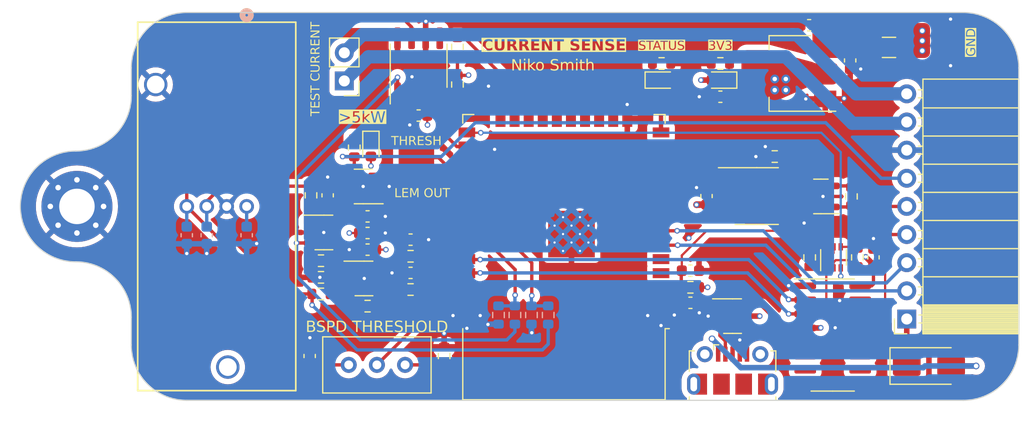
<source format=kicad_pcb>
(kicad_pcb (version 20221018) (generator pcbnew)
  (title_block (title "Current Sensor") (date "2023-06-26") (rev "V1.0") (company "Niko Smith"))
  (layers (0 "F.Cu" signal) (1 "In1.Cu" signal) (2 "In2.Cu" signal) (31 "B.Cu" signal) (34 "B.Paste" user) (35 "F.Paste" user) (36 "B.SilkS" user "B.Silkscreen") (37 "F.SilkS" user "F.Silkscreen") (38 "B.Mask" user) (39 "F.Mask" user) (44 "Edge.Cuts" user))
  (net 0 "")
  (net 2 "GND")
  (net 3 "VREF")
  (net 4 "LEM_OUT")
  (net 5 "+5V")
  (net 6 "EN")
  (net 7 "+3V3")
  (net 8 "Net-(D2-A)")
  (net 9 "Net-(D3-K)")
  (net 10 "Status_LED")
  (net 11 "CAN-")
  (net 12 "CAN+")
  (net 13 "Net-(D5-K)")
  (net 14 "BSPD")
  (net 15 "Upstream")
  (net 16 "Local")
  (net 17 "D-")
  (net 18 "D+")
  (net 20 "RTS")
  (net 21 "Net-(Q1A-B1)")
  (net 22 "IO0")
  (net 23 "DTR")
  (net 24 "Net-(Q1B-B2)")
  (net 25 "Net-(U9-Rs)")
  (net 26 "SCL")
  (net 27 "SDA")
  (net 28 "3V3 LEM_OUT")
  (net 29 "3V3 VREF")
  (net 30 "BSPD Threshold")
  (net 31 "D- Out")
  (net 32 "D+ Out")
  (net 52 "BSPD Test Current +")
  (net 53 "TxD")
  (net 54 "RxD")
  (net 55 "BSPD Test Current -")
  (net 64 "CAN_TX")
  (net 65 "CAN_RX")
  (net 67 "Net-(U1-OUTPUT)")
  (net 68 "Net-(U6-+)")
  (net 69 "Net-(C17-Pad1)")
  (net 70 "Net-(U11--)")
  (net 71 "Net-(D6-K)")
  (net 72 "Net-(U3-VI)")
  (net 74 "Net-(U10--)")
  (net 75 "Net-(U10-+)")
  (net 76 "Net-(R25-Pad1)")
  (net 77 "Net-(R28-Pad1)")
  (footprint "Capacitor_SMD:C_0603_1608Metric" (layer "F.Cu") (at 141.3 89.9)
    (fp_text reference "C6" hide)
    (fp_text value "100n")
  )
  (footprint "Capacitor_SMD:C_0603_1608Metric" (layer "F.Cu") (at 186.9 92.1 -90)
    (fp_text reference "C12" hide)
    (fp_text value "100n")
  )
  (footprint "Resistor_SMD:R_0603_1608Metric" (layer "F.Cu") (at 145.175 92 180)
    (fp_text reference "R27" hide)
    (fp_text value "1.6k")
  )
  (footprint "Resistor_SMD:R_0603_1608Metric" (layer "F.Cu") (at 136.2 86.5 -90)
    (fp_text reference "R1" hide)
    (fp_text value "3.3k")
  )
  (footprint "Resistor_SMD:R_0603_1608Metric" (layer "F.Cu") (at 141.3 96.5 180)
    (fp_text reference "R25" hide)
    (fp_text value "100k")
  )
  (footprint "Resistor_SMD:R_0603_1608Metric" (layer "F.Cu") (at 167.8 74.6 180)
    (fp_text reference "R9" hide)
    (fp_text value "2.2k")
  )
  (footprint "Package_SO:SOIC-8_3.9x4.9mm_P1.27mm" (layer "F.Cu") (at 145.9 74.8 90)
    (fp_text reference "U2" hide)
    (fp_text value "MCP3426-xSN")
  )
  (footprint "Connector_PinHeader_2.54mm:PinHeader_1x02_P2.54mm_Vertical" (layer "F.Cu") (at 139.2 76.175 180)
    (fp_text reference "J3" hide)
    (fp_text value "Test Current")
  )
  (footprint "Resistor_SMD:R_0603_1608Metric" (layer "F.Cu") (at 149.4 76.5 -90)
    (fp_text reference "R16" hide)
    (fp_text value "4.7k")
  )
  (footprint "Package_TO_SOT_SMD:SOT-363_SC-70-6" (layer "F.Cu") (at 183.3 92.1 90)
    (fp_text reference "Q1" hide)
    (fp_text value "BC847BS")
  )
  (footprint "Package_TO_SOT_SMD:SOT-23-5" (layer "F.Cu") (at 140.9 85.7 180)
    (fp_text reference "U11" hide)
    (fp_text value "TL331")
  )
  (footprint "Diode_SMD:D_SMA" (layer "F.Cu") (at 191.9 101.9)
    (fp_text reference "D2" hide)
    (fp_text value "SS34")
  )
  (footprint "Capacitor_SMD:C_0603_1608Metric" (layer "F.Cu") (at 170.4 93.3)
    (fp_text reference "C10" hide)
    (fp_text value "100n")
  )
  (footprint "RF_Module:ESP32-WROOM-32" (layer "F.Cu") (at 159 89.085 180)
    (fp_text reference "U7" hide)
    (fp_text value "ESP32-WROOM-32")
  )
  (footprint "Capacitor_SMD:C_0603_1608Metric" (layer "F.Cu") (at 171.85 86.565 -90)
    (fp_text reference "C13" hide)
    (fp_text value "0.1uF")
  )
  (footprint "Capacitor_SMD:C_0603_1608Metric" (layer "F.Cu") (at 181.1 71.15 180)
    (fp_text reference "C7" hide)
    (fp_text value "22u")
  )
  (footprint "UCM_Components:HAIS_P_LEM" (layer "F.Cu") (at 130.399999 87.5 -90)
    (fp_text reference "U1" hide)
    (fp_text value "HAIS 100-P" hide)
  )
  (footprint "Resistor_SMD:R_0603_1608Metric" (layer "F.Cu") (at 170.4 94.8)
    (fp_text reference "R10" hide)
    (fp_text value "10k")
  )
  (footprint "Capacitor_SMD:C_0603_1608Metric" (layer "F.Cu") (at 141.3 88.4)
    (fp_text reference "C20" hide)
    (fp_text value "100n")
  )
  (footprint "Package_TO_SOT_SMD:SOT-23-5" (layer "F.Cu") (at 137.3625 89.85)
    (fp_text reference "U6" hide)
    (fp_text value "LMV321")
  )
  (footprint "Resistor_SMD:R_0603_1608Metric" (layer "F.Cu") (at 173.1 74.6)
    (fp_text reference "R21" hide)
    (fp_text value "4.2k")
  )
  (footprint "Connector_PinSocket_2.54mm:PinSocket_1x09_P2.54mm_Horizontal" (layer "F.Cu") (at 189.9 97.66 180)
    (fp_text reference "J1" hide)
    (fp_text value "Conn_01x07")
  )
  (footprint "Resistor_SMD:R_0603_1608Metric" (layer "F.Cu") (at 149.4 73.1 -90)
    (fp_text reference "R15" hide)
    (fp_text value "4.7k")
  )
  (footprint "Resistor_SMD:R_0603_1608Metric" (layer "F.Cu") (at 181.15 92.1 -90)
    (fp_text reference "R13" hide)
    (fp_text value "10k")
  )
  (footprint "Resistor_SMD:R_0603_1608Metric" (layer "F.Cu") (at 140.1 82.2 90)
    (fp_text reference "R29" hide)
    (fp_text value "4.2k")
  )
  (footprint "Capacitor_SMD:C_0603_1608Metric" (layer "F.Cu") (at 173.1 77.6 180)
    (fp_text reference "C15" hide)
    (fp_text value "22u")
  )
  (footprint "LED_SMD:LED_0603_1608Metric" (layer "F.Cu") (at 173.1 76.1 180)
    (fp_text reference "D5" hide)
    (fp_text value "Green")
  )
  (footprint "Resistor_SMD:R_0603_1608Metric" (layer "F.Cu") (at 178 83 180)
    (fp_text reference "R11" hide)
    (fp_text value "10k")
  )
  (footprint "Resistor_SMD:R_0603_1608Metric" (layer "F.Cu") (at 145.175 95)
    (fp_text reference "R26" hide)
    (fp_text value "1.6k")
  )
  (footprint "UCM_Components:1206 Testpoint" (layer "F.Cu") (at 193.85 72.7 90)
    (fp_text reference "TP1" hide)
    (fp_text value "GND")
  )
  (footprint "Capacitor_SMD:C_0603_1608Metric" (layer "F.Cu") (at 145.175 93.5 180)
    (fp_text reference "C17" hide)
    (fp_text value "10u")
  )
  (footprint "Capacitor_SMD:C_0603_1608Metric" (layer "F.Cu") (at 145.175 90.5)
    (fp_text reference "C18" hide)
    (fp_text value "10u")
  )
  (footprint "LED_SMD:LED_0603_1608Metric" (layer "F.Cu") (at 141.6 82.2 -90)
    (fp_text reference "D6" hide)
    (fp_text value "Green")
  )
  (footprint "Potentiometer_THT:Potentiometer_Bourns_3296W_Vertical" (layer "F.Cu") (at 144.68 101.8)
    (fp_text reference "RV2" hide)
    (fp_text value "100k")
  )
  (footprint "Resistor_SMD:R_0603_1608Metric" (layer "F.Cu") (at 148.2 101 90)
    (fp_text reference "R28" hide)
    (fp_text value "100k")
  )
  (footprint "Package_SO:SOIC-8_3.9x4.9mm_P1.27mm" (layer "F.Cu") (at 176.375 86.565)
    (fp_text reference "U9" hide)
    (fp_text value "SN65HVD230")
  )
  (footprint "Resistor_SMD:R_0603_1608Metric" (layer "F.Cu") (at 137.1 93.9 180)
    (fp_text reference "R24" hide)
    (fp_text value "100k")
  )
  (footprint "Resistor_SMD:R_0603_1608Metric" (layer "F.Cu") (at 137.1 95.4 180)
    (fp_text reference "R22" hide)
    (fp_text value "2k")
  )
  (footprint "Fuse:Fuse_1206_3216Metric" (layer "F.Cu") (at 188.3 73.15 180)
    (fp_text reference "F1" hide)
    (fp_text value "1A")
  )
  (footprint "LED_SMD:LED_0603_1608Metric" (layer "F.Cu") (at 167.8 76.1)
    (fp_text reference "D3" hide)
    (fp_text value "GREEN")
  )
  (footprint "Capacitor_SMD:C_0603_1608Metric" (layer "F.Cu") (at 184.8 74.325 -90)
    (fp_text reference "C14" hide)
    (fp_text value "10u")
  )
  (footprint "Package_TO_SOT_SMD:SOT-23-5" (layer "F.Cu") (at 140.975 94)
    (fp_text reference "U10" hide)
    (fp_text value "LMV321")
  )
  (footprint "UCM_Components:1206 Testpoint" (layer "F.Cu") (at 145.7 83.1 180)
    (fp_text reference "TP4" hide)
    (fp_text value "Thresh")
  )
  (footprint "UCM_Components:1206 Testpoint" (layer "F.Cu") (at 145.7 87.7 180)
    (fp_text reference "TP3" hide)
    (fp_text value "Vdiff")
  )
  (footprint "Resistor_SMD:R_0603_1608Metric" (layer "F.Cu") (at 185.45 92.1 90)
    (fp_text reference "R12" hide)
    (fp_text value "10k")
  )
  (footprint "Capacitor_SMD:C_0603_1608Metric" (layer "F.Cu") (at 141.3 91.4 180)
    (fp_text reference "C16" hide)
    (fp_text value "100n")
  )
  (footprint "Package_TO_SOT_SMD:SOT-23-6" (layer "F.Cu") (at 174.2 97.4)
    (fp_text reference "U5" hide)
    (fp_text value "USBLC6-2SC6")
  )
  (footprint "Capacitor_SMD:C_0603_1608Metric" (layer "F.Cu") (at 136.08 101 90)
    (fp_text reference "C19" hide)
    (fp_text value "100n")
  )
  (footprint "Package_TO_SOT_SMD:SOT-223-3_TabPin2" (layer "F.Cu") (at 179.4 75.5 180)
    (fp_text reference "U3" hide)
    (fp_text value "AMS1117-3.3")
  )
  (footprint "Capacitor_SMD:C_0603_1608Metric" (layer "F.Cu") (at 145.9 79.3 180)
    (fp_text reference "C4" hide)
    (fp_text value "100n")
  )
  (footprint "Capacitor_SMD:C_0603_1608Metric" (layer "F.Cu") (at 137.7 86.5 90)
    (fp_text reference "C5" hide)
    (fp_text value "1u")
  )
  (footprint "Capacitor_SMD:C_0603_1608Metric" (layer "F.Cu") (at 170.4 96.2 180)
    (fp_text reference "C11" hide)
    (fp_text value "100n")
  )
  (footprint "Resistor_SMD:R_0603_1608Metric" (layer "F.Cu") (at 184.9125 86.6 90)
    (fp_text reference "R14" hide)
    (fp_text value "120")
  )
  (footprint "Package_TO_SOT_SMD:SOT-23" (layer "F.Cu") (at 182.1625 86.6 180)
    (fp_text reference "D4" hide)
    (fp_text value "SM712_SOT23")
  )
  (footprint "Resistor_SMD:R_0603_1608Metric" (layer "F.Cu") (at 137.1 92.4 180)
    (fp_text reference "R23" hide)
    (fp_text value "2k")
  )
  (footprint "Connector_USB:USB_Micro-B_Molex-105017-0001" (layer "F.Cu") (at 174.2 102.3)
    (fp_text reference "J2" hide)
    (fp_text value "USB_B")
  )
  (footprint "MountingHole:MountingHole_3.2mm_M3_Pad_Via" (layer "F.Cu") (at 115.1 87.5)
    (fp_text reference "H2" hide)
    (fp_text value "MountingHole_Pad")
  )
  (footprint "Package_SO:SOIC-16_3.9x9.9mm_P1.27mm" (layer "F.Cu") (at 183.225 99.105)
    (fp_text reference "U8" hide)
    (fp_text value "CH340C")
  )
  (footprint "Capacitor_SMD:C_0603_1608Metric" (layer "B.Cu") (at 130.4 90.1 -90)
    (fp_text reference "C3" hide)
    (fp_text value "47n")
  )
  (footprint "Resistor_SMD:R_0603_1608Metric" (layer "B.Cu") (at 156.07 97.3 -90)
    (fp_text reference "R20" hide)
    (fp_text value "10k")
  )
  (footprint "Resistor_SMD:R_0603_1608Metric" (layer "B.Cu") (at 157.58 97.3 90)
    (fp_text reference "R19" hide)
    (fp_text value "10k")
  )
  (footprint "Capacitor_SMD:C_0603_1608Metric" (layer "B.Cu") (at 126.8 90.1 -90)
    (fp_text reference "C2" hide)
    (fp_text value "4.7n")
  )
  (footprint "Capacitor_SMD:C_0603_1608Metric" (layer "B.Cu") (at 125 90.1 -90)
    (fp_text reference "C1" hide)
    (fp_text value "47n")
  )
  (footprint "Resistor_SMD:R_0603_1608Metric" (layer "B.Cu") (at 153.1 97.3 -90)
    (fp_text reference "R18" hide)
    (fp_text value "10k")
  )
  (footprint "Resistor_SMD:R_0603_1608Metric" (layer "B.Cu") (at 154.58 97.3 90)
    (fp_text reference "R17" hide)
    (fp_text value "10k")
  )
  (gr_arc locked (start 200 100) (mid 198.535534 103.535534) (end 195 105) (stroke (width 0.1)) (layer "Edge.Cuts"))
  (gr_line locked (start 195 105) (end 125 105) (stroke (width 0.1)) (layer "Edge.Cuts"))
  (gr_arc locked (start 125 105) (mid 121.464466 103.535534) (end 120 100) (stroke (width 0.1)) (layer "Edge.Cuts"))
  (gr_line locked (start 200 75) (end 200 100) (stroke (width 0.1)) (layer "Edge.Cuts"))
  (gr_line locked (start 120 77.5) (end 120 75) (stroke (width 0.1)) (layer "Edge.Cuts"))
  (gr_line locked (start 125 70) (end 195 70) (stroke (width 0.1)) (layer "Edge.Cuts"))
  (gr_arc locked (start 120 77.5) (mid 118.535534 81.035534) (end 115 82.5) (stroke (width 0.1)) (layer "Edge.Cuts"))
  (gr_arc locked (start 195 70) (mid 198.535534 71.464466) (end 200 75) (stroke (width 0.1)) (layer "Edge.Cuts"))
  (gr_arc locked (start 120 75) (mid 121.464466 71.464466) (end 125 70) (stroke (width 0.1)) (layer "Edge.Cuts"))
  (gr_arc locked (start 115 92.5) (mid 110 87.5) (end 115 82.5) (stroke (width 0.1)) (layer "Edge.Cuts"))
  (gr_arc locked (start 115 92.5) (mid 118.535534 93.964466) (end 120 97.5) (stroke (width 0.1)) (layer "Edge.Cuts"))
  (gr_line locked (start 120 100) (end 120 97.5) (stroke (width 0.1)) (layer "Edge.Cuts"))
  (gr_text "TEST CURRENT" (at 137.1 75.1 90) (layer "F.SilkS") (effects (font (size 0.8 0.8)) (justify bottom)))
  (gr_text "STATUS" (at 167.8 73.5) (layer "F.SilkS" knockout) (effects (font (size 0.8 0.8)) (justify bottom)))
  (gr_text "CURRENT SENSE" (at 158.1 73.6) (layer "F.SilkS" knockout) (effects (font (size 1 1) (thickness 0.2) bold) (justify bottom)))
  (gr_text "3V3" (at 173.1 73.5) (layer "F.SilkS" knockout) (effects (font (size 0.8 0.8)) (justify bottom)))
  (gr_text "THRESH" (at 145.7 82.1) (layer "F.SilkS") (effects (font (size 0.8 0.8)) (justify bottom)))
  (gr_text "GND" (at 196.2 72.7 90) (layer "F.SilkS" knockout) (effects (font (size 0.8 0.8)) (justify bottom)))
  (gr_text "LEM OUT" (at 143.7 86.8) (layer "F.SilkS") (effects (font (size 0.8 0.8)) (justify left bottom)))
  (gr_text "Niko Smith" (at 158 75.4) (layer "F.SilkS") (effects (font (size 1 1)) (justify bottom)))
  (gr_text ">5kW" (at 140.8 80.1) (layer "F.SilkS" knockout) (effects (font (size 1 1)) (justify bottom)))
  (gr_text "BSPD THRESHOLD" (at 142.14 99) (layer "F.SilkS") (effects (font (size 1 1)) (justify bottom)))
  (segment (start 136.275 93.9) (end 137 93.9) (width 0.25) (layer "F.Cu") (net 2))
  (segment (start 140.525 91.4) (end 139.65 91.4) (width 0.25) (layer "F.Cu") (net 2))
  (segment (start 174.85 100.8375) (end 174.85 99.55) (width 0.4) (layer "F.Cu") (net 2))
  (segment (start 186.9 90.4) (end 186.9 91.325) (width 0.25) (layer "F.Cu") (net 2))
  (via (at 166.55 97.35) (size 0.5) (drill 0.3) (layers "F.Cu" "B.Cu") (net 2))
  (via (at 139.65 91.4) (size 0.5) (drill 0.3) (layers "F.Cu" "B.Cu") (net 2))
  (via (at 193.85 74.8) (size 0.5) (drill 0.3) (layers "F.Cu" "B.Cu") (net 2))
  (via (at 179.25 94.65) (size 0.5) (drill 0.3) (layers "F.Cu" "B.Cu") (net 2))
  (via (at 184.25 77.75) (size 0.5) (drill 0.3) (layers "F.Cu" "B.Cu") (net 2))
  (via (at 126.8 91.75) (size 0.5) (drill 0.3) (layers "F.Cu" "B.Cu") (net 2))
  (via (at 186.9 90.4) (size 0.5) (drill 0.3) (layers "F.Cu" "B.Cu") (net 2))
  (via (at 176.3 83) (size 0.5) (drill 0.3) (layers "F.Cu" "B.Cu") (net 2))
  (via (at 137 93.9) (size 0.5) (drill 0.3) (layers "F.Cu" "B.Cu") (net 2))
  (via (at 125 91.75) (size 0.5) (drill 0.3) (layers "F.Cu" "B.Cu") (net 2))
  (via (at 170.25 90.35) (size 0.5) (drill 0.3) (layers "F.Cu" "B.Cu") (net 2))
  (via (at 171.2 77.6) (size 0.5) (drill 0.3) (layers "F.Cu" "B.Cu") (net 2))
  (via (at 193.85 70.6) (size 0.5) (drill 0.3) (layers "F.Cu" "B.Cu") (net 2))
  (via (at 180.8 77.8) (size 0.5) (drill 0.3) (layers "F.Cu" "B.Cu") (net 2))
  (via (at 180.65 89) (size 0.5) (drill 0.3) (layers "F.Cu" "B.Cu") (net 2))
  (via (at 183.45 98.45) (size 0.5) (drill 0.3) (layers "F.Cu" "B.Cu") (net 2))
  (via (at 146.8 90.5) (size 0.5) (drill 0.3) (layers "F.Cu" "B.Cu") (net 2))
  (via (at 145.3 75.8) (size 0.5) (drill 0.3) (layers "F.Cu" "B.Cu") (net 2))
  (via (at 143.25 85.7) (size 0.5) (drill 0.3) (layers "F.Cu" "B.Cu") (net 2))
  (via (at 172 97.4) (size 0.5) (drill 0.3) (layers "F.Cu" "B.Cu") (net 2))
  (via (at 167.75 98.25) (size 0.5) (drill 0.3) (layers "F.Cu" "B.Cu") (net 2))
  (via (at 142.9 88.4) (size 0.5) (drill 0.3) (layers "F.Cu" "B.Cu") (net 2))
  (via (at 177.15 82.1) (size 0.5) (drill 0.3) (layers "F.Cu" "B.Cu") (net 2))
  (via (at 137.7 84.85) (size 0.5) (drill 0.3) (layers "F.Cu" "B.Cu") (net 2))
  (via (at 168.95 97.3) (size 0.5) (drill 0.3) (layers "F.Cu" "B.Cu") (net 2))
  (via (at 149 97.35) (size 0.5) (drill 0.3) (layers "F.Cu" "B.Cu") (net 2))
  (via (at 143.5 93.5) (size 0.5) (drill 0.3) (layers "F.Cu" "B.Cu") (net 2))
  (via (at 145.1 80.15) (size 0.5) (drill 0.3) (layers "F.Cu" "B.Cu") (net 2))
  (via (at 137.35 89.85) (size 0.5) (drill 0.3) (layers "F.Cu" "B.Cu") (net 2))
  (via (at 174.85 99.55) (size 0.5) (drill 0.3) (layers "F.Cu" "B.Cu") (net 2))
  (via (at 152.75 82.35) (size 0.5) (drill 0.3) (layers "F.Cu" "B.Cu") (net 2))
  (via (at 142.9 89.9) (size 0.5) (drill 0.3) (layers "F.Cu" "B.Cu") (net 2))
  (via (at 170.95 85.8) (size 0.5) (drill 0.3) (layers "F.Cu" "B.Cu") (net 2))
  (via (at 164.7 78.3) (size 0.5) (drill 0.3) (layers "F.Cu" "B.Cu") (net 2))
  (via (at 146.55 70.8) (size 0.5) (drill 0.3) (layers "F.Cu" "B.Cu") (net 2))
  (via (at 171.2 97.1) (size 0.5) (drill 0.3) (layers "F.Cu" "B.Cu") (net 2))
  (via (at 152.2 76.65) (size 0.5) (drill 0.3) (layers "F.Cu" "B.Cu") (net 2))
  (via (at 148.2 98.95) (size 0.5) (drill 0.3) (layers "F.Cu" "B.Cu") (net 2))
  (via (at 156.1 98.9) (size 0.5) (drill 0.3) (layers "F.Cu" "B.Cu") (net 2))
  (via (at 152.15 98.15) (size 0.5) (drill 0.3) (layers "F.Cu" "B.Cu") (net 2))
  (via (at 150.25 98.5) (size 0.5) (drill 0.3) (layers "F.Cu" "B.Cu") (net 2))
  (via (at 140.9 85.7) (size 0.5) (drill 0.3) (layers "F.Cu" "B.Cu") (net 2))
  (via (at 131.3 90.85) (size 0.5) (drill 0.3) (layers "F.Cu" "B.Cu") (net 2))
  (via (at 141 94) (size 0.5) (drill 0.3) (layers "F.Cu" "B.Cu") (net 2))
  (via (at 185.75 75.1) (size 0.5) (drill 0.3) (layers "F.Cu" "B.Cu") (net 2))
  (via (at 183.85 96) (size 0.5) (drill 0.3) (layers "F.Cu" "B.Cu") (net 2))
  (via (at 151.45 97.35) (size 0.5) (drill 0.3) (layers "F.Cu" "B.Cu") (net 2))
  (via (at 136.1 99.35) (size 0.5) (drill 0.3) (layers "F.Cu" "B.Cu") (net 2))
  (via (at 182.35 86.6) (size 0.5) (drill 0.3) (layers "F.Cu" "B.Cu") (net 2))
  (segment (start 125 87.5) (end 132.9 95.4) (width 0.3) (layer "F.Cu") (net 3))
  (segment (start 144.7 70.75) (end 145.265 71.315) (width 0.3) (layer "F.Cu") (net 3))
  (segment (start 136.3 96.4) (end 136.3 95.425) (width 0.3) (layer "F.Cu") (net 3))
  (segment (start 134.85 70.75) (end 144.7 70.75) (width 0.3) (layer "F.Cu") (net 3))
  (segment (start 125 87.5) (end 125 80.6) (width 0.3) (layer "F.Cu") (net 3))
  (segment (start 136.3 95.425) (end 136.275 95.4) (width 0.3) (layer "F.Cu") (net 3))
  (segment (start 132.9 95.4) (end 136.275 95.4) (width 0.3) (layer "F.Cu") (net 3))
  (segment (start 125 80.6) (end 134.85 70.75) (width 0.3) (layer "F.Cu") (net 3))
  (segment (start 145.265 71.315) (end 145.265 72.325) (width 0.3) (layer "F.Cu") (net 3))
  (via (at 136.3 96.4) (size 0.5) (drill 0.3) (layers "F.Cu" "B.Cu") (net 3))
  (segment (start 140.35 100.45) (end 136.3 96.4) (width 0.3) (layer "B.Cu") (net 3))
  (segment (start 125 89.325) (end 125 87.5) (width 0.3) (layer "B.Cu") (net 3))
  (segment (start 157.58 99.92) (end 157.05 100.45) (width 0.3) (layer "B.Cu") (net 3))
  (segment (start 157.05 100.45) (end 140.35 100.45) (width 0.3) (layer "B.Cu") (net 3))
  (segment (start 157.58 98.125) (end 157.58 99.92) (width 0.3) (layer "B.Cu") (net 3))
  (segment (start 136.225 90.8) (end 134.9 90.8) (width 0.3) (layer "F.Cu") (net 4))
  (segment (start 136.225 92.35) (end 136.275 92.4) (width 0.3) (layer "F.Cu") (net 4))
  (segment (start 144 75.85) (end 144 77.27) (width 0.3) (layer "F.Cu") (net 4))
  (segment (start 136.225 90.8) (end 136.225 92.35) (width 0.3) (layer "F.Cu") (net 4))
  (segment (start 136.225 90.8) (end 138.5 90.8) (width 0.3) (layer "F.Cu") (net 4))
  (segment (start 144 77.27) (end 143.995 77.275) (width 0.3) (layer "F.Cu") (net 4))
  (via (at 134.9 90.8) (size 0.5) (drill 0.3) (layers "F.Cu" "B.Cu") (net 4))
  (via (at 144 75.85) (size 0.5) (drill 0.3) (layers "F.Cu" "B.Cu") (net 4))
  (segment (start 154.58 98.82) (end 154.58 98.125) (width 0.3) (layer "B.Cu") (net 4))
  (segment (start 134.9 93.8) (end 140.65 99.55) (width 0.3) (layer "B.Cu") (net 4))
  (segment (start 140.65 99.55) (end 153.85 99.55) (width 0.3) (layer "B.Cu") (net 4))
  (segment (start 153.85 99.55) (end 154.58 98.82) (width 0.3) (layer "B.Cu") (net 4))
  (segment (start 134.9 90.8) (end 134.9 93.8) (width 0.3) (layer "B.Cu") (net 4))
  (segment (start 134.9 90.8) (end 134.9 84.95) (width 0.3) (layer "B.Cu") (net 4))
  (segment (start 134.9 84.95) (end 144 75.85) (width 0.3) (layer "B.Cu") (net 4))
  (segment (start 141.6 83.85) (end 141.6 82.9875) (width 0.2) (layer "F.Cu") (net 5))
  (segment (start 140.525 87.825) (end 139.7625 87.0625) (width 0.2) (layer "F.Cu") (net 5))
  (segment (start 140.525 89.9) (end 140.525 88.4) (width 0.2) (layer "F.Cu") (net 5))
  (segment (start 146.535 79.16) (end 146.675 79.3) (width 0.2) (layer "F.Cu") (net 5))
  (segment (start 146.675 80.125) (end 146.7 80.15) (width 0.2) (layer "F.Cu") (net 5))
  (segment (start 146.535 77.275) (end 146.535 79.16) (width 0.2) (layer "F.Cu") (net 5))
  (segment (start 140.525 89.9) (end 139.65 89.9) (width 0.2) (layer "F.Cu") (net 5))
  (segment (start 139.85 88.4) (end 140.525 88.4) (width 0.2) (layer "F.Cu") (net 5))
  (segment (start 139.7625 87.0625) (end 139.7625 86.65) (width 0.2) (layer "F.Cu") (net 5))
  (segment (start 146.675 79.3) (end 146.675 80.125) (width 0.2) (layer "F.Cu") (net 5))
  (segment (start 138.5 88.9) (end 139.35 88.9) (width 0.2) (layer "F.Cu") (net 5))
  (segment (start 189.9 101.9) (end 189.9 97.66) (width 0.5) (layer "F.Cu") (net 5))
  (segment (start 139.6 101.8) (end 136.105 101.8) (width 0.3) (layer "F.Cu") (net 5))
  (segment (start 142.1125 93.05) (end 142.1125 91.4375) (width 0.2) (layer "F.Cu") (net 5))
  (segment (start 142.075 91.4) (end 142.95 91.4) (width 0.2) (layer "F.Cu") (net 5))
  (segment (start 142.1125 91.4375) (end 142.075 91.4) (width 0.2) (layer "F.Cu") (net 5))
  (segment (start 139.35 88.9) (end 139.85 88.4) (width 0.2) (layer "F.Cu") (net 5))
  (segment (start 136.105 101.8) (end 136.08 101.775) (width 0.3) (layer "F.Cu") (net 5))
  (segment (start 140.525 88.4) (end 140.525 87.825) (width 0.2) (layer "F.Cu") (net 5))
  (segment (start 175.3375 97.4) (end 176.65 97.4) (width 0.5) (layer "F.Cu") (net 5))
  (via (at 191.3 73.45) (size 0.6) (drill 0.4) (layers "F.Cu" "B.Cu") (net 5))
  (via (at 191.3 71.65) (size 0.6) (drill 0.4) (layers "F.Cu" "B.Cu") (net 5))
  (via (at 142.95 91.4) (size 0.5) (drill 0.3) (layers "F.Cu" "B.Cu") (net 5))
  (via (at 141.6 83.85) (size 0.5) (drill 0.3) (layers "F.Cu" "B.Cu") (net 5))
  (via (at 176.65 97.4) (size 0.5) (drill 0.3) (layers "F.Cu" "B.Cu") (net 5))
  (via (at 146.7 80.15) (size 0.5) (drill 0.3) (layers "F.Cu" "B.Cu") (net 5))
  (via (at 191.3 72.55) (size 0.6) (drill 0.4) (layers "F.Cu" "B.Cu") (net 5))
  (via (at 139.65 89.9) (size 0.5) (drill 0.3) (layers "F.Cu" "B.Cu") (net 5))
  (segment (start 130.4 89.325) (end 130.399999 87.5) (width 0.3) (layer "B.Cu") (net 5))
  (segment (start 167.755 94.8) (end 167.75 94.795) (width 0.3) (layer "F.Cu") (net 6))
  (segment (start 169.575 94.8) (end 167.755 94.8) (width 0.3) (layer "F.Cu") (net 6))
  (segment (start 181.95 89.7) (end 171.85 89.7) (width 0.2) (layer "F.Cu") (net 6))
  (segment (start 169.575 93.35) (end 169.625 93.3) (width 0.3) (layer "F.Cu") (net 6))
  (segment (start 182.65 91.15) (end 182.65 90.4) (width 0.2) (layer "F.Cu") (net 6))
  (segment (start 169.575 94.8) (end 169.575 93.35) (width 0.3) (layer "F.Cu") (net 6))
  (segment (start 171.85 89.7) (end 169.625 91.925) (width 0.2) (layer "F.Cu") (net 6))
  (segment (start 182.65 90.4) (end 181.95 89.7) (width 0.2) (layer "F.Cu") (net 6))
  (segment (start 169.625 91.925) (end 169.625 93.3) (width 0.2) (layer "F.Cu") (net 6))
  (segment (start 171.225 94.8) (end 171.95 94.8) (width 0.3) (layer "F.Cu") (net 7))
  (segment (start 172.3125 76.1) (end 171.35 76.1) (width 0.5) (layer "F.Cu") (net 7))
  (segment (start 169.625 96.2) (end 167.885 96.2) (width 0.3) (layer "F.Cu") (net 7))
  (segment (start 149.4 75.675) (end 150.375 75.675) (width 0.3) (layer "F.Cu") (net 7))
  (segment (start 173.9 87.2) (end 171.99 87.2) (width 0.6) (layer "F.Cu") (net 7))
  (segment (start 149.4 75.675) (end 149.4 73.925) (width 0.3) (layer "F.Cu") (net 7))
  (segment (start 170.96 87.34) (end 170.95 87.35) (width 0.6) (layer "F.Cu") (net 7))
  (segment (start 171.85 87.34) (end 170.96 87.34) (width 0.6) (layer "F.Cu") (net 7))
  (segment (start 167.885 96.2) (end 167.75 96.065) (width 0.3) (layer "F.Cu") (net 7))
  (segment (start 186.74 94.66) (end 186.9 94.5) (width 0.3) (layer "F.Cu") (net 7))
  (segment (start 185.7 94.66) (end 186.74 94.66) (width 0.3) (layer "F.Cu") (net 7))
  (segment (start 186.9 92.875) (end 186.9 92.752569) (width 0.3) (layer "F.Cu") (net 7))
  (segment (start 169.825 96.2) (end 171.225 94.8) (width 0.3) (layer "F.Cu") (net 7))
  (segment (start 180.75 98.47) (end 182.13 98.47) (width 0.5) (layer "F.Cu") (net 7))
  (segment (start 186.9 92.752569) (end 186.198783 92.051352) (width 0.5) (layer "F.Cu") (net 7))
  (segment (start 182.13 98.47) (end 182.15 98.45) (width 0.3) (layer "F.Cu") (net 7))
  (segment (start 171.99 87.2) (end 171.85 87.34) (width 0.6) (layer "F.Cu") (net 7))
  (segment (start 150.375 75.675) (end 150.4 75.65) (width 0.3) (layer "F.Cu") (net 7))
  (segment (start 169.625 96.2) (end 169.825 96.2) (width 0.3) (layer "F.Cu") (net 7))
  (segment (start 186.9 94.5) (end 186.9 92.875) (width 0.3) (layer "F.Cu") (net 7))
  (via (at 179 76) (size 0.8) (drill 0.4) (layers "F.Cu" "B.Cu") (net 7))
  (via (at 171.35 76.1) (size 0.5) (drill 0.3) (layers "F.Cu" "B.Cu") (net 7))
  (via (at 182.15 98.45) (size 0.5) (drill 0.3) (layers "F.Cu" "B.Cu") (net 7))
  (via (at 150.4 75.65) (size 0.5) (drill 0.3) (layers "F.Cu" "B.Cu") (net 7))
  (via (at 178 77) (size 0.8) (drill 0.4) (layers "F.Cu" "B.Cu") (net 7))
  (via (at 171.95 94.8) (size 0.5) (drill 0.3) (layers "F.Cu" "B.Cu") (net 7))
  (via (at 186.198783 92.051352) (size 0.5) (drill 0.3) (layers "F.Cu" "B.Cu") (net 7))
  (via (at 170.95 87.35) (size 0.5) (drill 0.3) (layers "F.Cu" "B.Cu") (net 7))
  (via (at 179 77) (size 0.8) (drill 0.4) (layers "F.Cu" "B.Cu") (net 7))
  (via (at 178 76) (size 0.8) (drill 0.4) (layers "F.Cu" "B.Cu") (net 7))
  (segment (start 196.15 101.9) (end 193.9 101.9) (width 0.5) (layer "F.Cu") (net 8))
  (segment (start 172.9 100.8375) (end 172.9 100) (width 0.4) (layer "F.Cu") (net 8))
  (segment (start 172.9 100) (end 172.35 99.45) (width 0.4) (layer "F.Cu") (net 8))
  (via (at 172.35 99.45) (size 0.6) (drill 0.4) (layers "F.Cu" "B.Cu") (net 8))
  (via (at 196.15 101.9) (size 0.6) (drill 0.4) (layers "F.Cu" "B.Cu") (net 8))
  (segment (start 172.35 99.45) (end 174.95 102.05) (width 0.5) (layer "B.Cu") (net 8))
  (segment (start 191.54 101.9) (end 196.15 101.9) (width 0.5) (layer "B.Cu") (net 8))
  (segment (start 191.39 102.05) (end 191.54 101.9) (width 0.5) (layer "B.Cu") (net 8))
  (segment (start 174.95 102.05) (end 191.39 102.05) (width 0.5) (layer "B.Cu") (net 8))
  (segment (start 166.975 74.6) (end 166.975 76.0625) (width 0.4) (layer "F.Cu") (net 9))
  (segment (start 166.975 76.0625) (end 167.0125 76.1) (width 0.3) (layer "F.Cu") (net 9))
  (segment (start 168.5875 77.5625) (end 168.5875 76.1) (width 0.4) (layer "F.Cu") (net 10))
  (segment (start 167.75 80.825) (end 167.75 78.4) (width 0.4) (layer "F.Cu") (net 10))
  (segment (start 167.75 78.4) (end 168.5875 77.5625) (width 0.4) (layer "F.Cu") (net 10))
  (segment (start 188.54 90.04) (end 185.925 87.425) (width 0.3) (layer "F.Cu") (net 11))
  (segment (start 183.1 87.55) (end 180.45 87.55) (width 0.3) (layer "F.Cu") (net 11))
  (segment (start 180.1 87.2) (end 178.85 87.2) (width 0.3) (layer "F.Cu") (net 11))
  (segment (start 184.7875 87.55) (end 184.9125 87.425) (width 0.3) (layer "F.Cu") (net 11))
  (segment (start 180.45 87.55) (end 180.1 87.2) (width 0.3) (layer "F.Cu") (net 11))
  (segment (start 183.1 87.55) (end 184.7875 87.55) (width 0.3) (layer "F.Cu") (net 11))
  (segment (start 189.9 90.04) (end 188.54 90.04) (width 0.3) (layer "F.Cu") (net 11))
  (segment (start 185.925 87.425) (end 184.9125 87.425) (width 0.3) (layer "F.Cu") (net 11))
  (segment (start 183.1 85.65) (end 180.35 85.65) (width 0.3) (layer "F.Cu") (net 12))
  (segment (start 189.9 87.5) (end 188.25 87.5) (width 0.3) (layer "F.Cu") (net 12))
  (segment (start 188.25 87.5) (end 186.525 85.775) (width 0.3) (layer "F.Cu") (net 12))
  (segment (start 180.07 85.93) (end 178.85 85.93) (width 0.3) (layer "F.Cu") (net 12))
  (segment (start 180.35 85.65) (end 180.07 85.93) (width 0.3) (layer "F.Cu") (net 12))
  (segment (start 186.525 85.775) (end 184.9125 85.775) (width 0.3) (layer "F.Cu") (net 12))
  (segment (start 183.1 85.65) (end 184.7875 85.65) (width 0.3) (layer "F.Cu") (net 12))
  (segment (start 184.7875 85.65) (end 184.9125 85.775) (width 0.3) (layer "F.Cu") (net 12))
  (segment (start 173.8875 74.6375) (end 173.925 74.6) (width 0.2) (layer "F.Cu") (net 13))
  (segment (start 173.8875 76.1) (end 173.8875 74.6375) (width 0.2) (layer "F.Cu") (net 13))
  (segment (start 140.1 83.025) (end 139.075 83.025) (width 0.3) (layer "F.Cu") (net 14))
  (segment (start 139.075 83.025) (end 139.05 83) (width 0.3) (layer "F.Cu") (net 14))
  (segment (start 139.7625 84.75) (end 139.7625 84.1875) (width 0.3) (layer "F.Cu") (net 14))
  (segment (start 139.7625 84.1875) (end 140.1 83.85) (width 0.3) (layer "F.Cu") (net 14))
  (segment (start 140.1 83.85) (end 140.1 83.025) (width 0.3) (layer "F.Cu") (net 14))
  (via (at 139.05 83) (size 0.5) (drill 0.3) (layers "F.Cu" "B.Cu") (net 14))
  (segment (start 187.61 84.96) (end 189.9 84.96) (width 0.3) (layer "B.Cu") (net 14))
  (segment (start 147.95 83) (end 151 79.95) (width 0.3) (layer "B.Cu") (net 14))
  (segment (start 139.05 83) (end 147.95 83) (width 0.3) (layer "B.Cu") (net 14))
  (segment (start 182.6 79.95) (end 187.61 84.96) (width 0.3) (layer "B.Cu") (net 14))
  (segment (start 151 79.95) (end 182.6 79.95) (width 0.3) (layer "B.Cu") (net 14))
  (segment (start 169.2 89.7) (end 167.765 89.7) (width 0.3) (layer "F.Cu") (net 15))
  (segment (start 167.765 89.7) (end 167.75 89.715) (width 0.3) (layer "F.Cu") (net 15))
  (via (at 169.2 89.7) (size 0.5) (drill 0.3) (layers "F.Cu" "B.Cu") (net 15))
  (segment (start 176.975 89.7) (end 169.2 89.7) (width 0.3) (layer "B.Cu") (net 15))
  (segment (start 189.9 92.58) (end 188.08 94.4) (width 0.3) (layer "B.Cu") (net 15))
  (segment (start 181.675 94.4) (end 176.975 89.7) (width 0.3) (layer "B.Cu") (net 15))
  (segment (start 188.08 94.4) (end 181.675 94.4) (width 0.3) (layer "B.Cu") (net 15))
  (segment (start 169.25 91) (end 167.765 91) (width 0.3) (layer "F.Cu") (net 16))
  (segment (start 167.765 91) (end 167.75 90.985) (width 0.3) (layer "F.Cu") (net 16))
  (via (at 169.25 91) (size 0.5) (drill 0.3) (layers "F.Cu" "B.Cu") (net 16))
  (segment (start 189.9 95.12) (end 181.32 95.12) (width 0.3) (layer "B.Cu") (net 16))
  (segment (start 181.32 95.12) (end 177.2 91) (width 0.3) (layer "B.Cu") (net 16))
  (segment (start 177.2 91) (end 169.25 91) (width 0.3) (layer "B.Cu") (net 16))
  (segment (start 173.55 99.65) (end 173.0625 99.1625) (width 0.3) (layer "F.Cu") (net 17))
  (segment (start 173.55 100.8375) (end 173.55 99.65) (width 0.3) (layer "F.Cu") (net 17))
  (segment (start 173.0625 99.1625) (end 173.0625 98.35) (width 0.3) (layer "F.Cu") (net 17))
  (segment (start 174.2 100.8375) (end 174.2 96.9) (width 0.3) (layer "F.Cu") (net 18))
  (segment (start 173.75 96.45) (end 173.0625 96.45) (width 0.3) (layer "F.Cu") (net 18))
  (segment (start 174.2 96.9) (end 173.75 96.45) (width 0.3) (layer "F.Cu") (net 18))
  (segment (start 182.65 96) (end 183.85 97.2) (width 0.2) (layer "F.Cu") (net 20))
  (segment (start 181.275 93.05) (end 181.15 92.925) (width 0.2) (layer "F.Cu") (net 20))
  (segment (start 182.65 93.05) (end 182.65 96) (width 0.2) (layer "F.Cu") (net 20))
  (segment (start 182.65 93.05) (end 181.275 93.05) (width 0.2) (layer "F.Cu") (net 20))
  (segment (start 183.85 97.2) (end 185.7 97.2) (width 0.2) (layer "F.Cu") (net 20))
  (segment (start 183.3 92.55) (end 183.5 92.35) (width 0.2) (layer "F.Cu") (net 21))
  (segment (start 184.875 92.35) (end 185.45 92.925) (width 0.2) (layer "F.Cu") (net 21))
  (segment (start 183.3 93.05) (end 183.3 92.55) (width 0.2) (layer "F.Cu") (net 21))
  (segment (start 183.5 92.35) (end 184.875 92.35) (width 0.2) (layer "F.Cu") (net 21))
  (segment (start 150.275 80.85) (end 150.25 80.825) (width 0.2) (layer "F.Cu") (net 22))
  (segment (start 183.95 93.05) (end 183.95 93.8) (width 0.2) (layer "F.Cu") (net 22))
  (segment (start 151.5 80.85) (end 150.275 80.85) (width 0.2) (layer "F.Cu") (net 22))
  (via (at 151.5 80.85) (size 0.5) (drill 0.3) (layers "F.Cu" "B.Cu") (net 22))
  (via (at 183.95 93.8) (size 0.5) (drill 0.3) (layers "F.Cu" "B.Cu") (net 22))
  (segment (start 183.95 93.8) (end 183.95 82.6) (width 0.2) (layer "B.Cu") (net 22))
  (segment (start 182.2 80.85) (end 151.5 80.85) (width 0.2) (layer "B.Cu") (net 22))
  (segment (start 183.95 82.6) (end 182.2 80.85) (width 0.2) (layer "B.Cu") (net 22))
  (segment (start 187.95 90.2) (end 187.5 89.75) (width 0.2) (layer "F.Cu") (net 23))
  (segment (start 186.98 98.47) (end 187.95 97.5) (width 0.2) (layer "F.Cu") (net 23))
  (segment (start 185.325 91.15) (end 185.45 91.275) (width 0.2) (layer "F.Cu") (net 23))
  (segment (start 185.45 90.3) (end 185.45 91.275) (width 0.2) (layer "F.Cu") (net 23))
  (segment (start 183.95 91.15) (end 185.325 91.15) (width 0.2) (layer "F.Cu") (net 23))
  (segment (start 185.7 98.47) (end 186.98 98.47) (width 0.2) (layer "F.Cu") (net 23))
  (segment (start 187.5 89.75) (end 186 89.75) (width 0.2) (layer "F.Cu") (net 23))
  (segment (start 187.95 97.5) (end 187.95 90.2) (width 0.2) (layer "F.Cu") (net 23))
  (segment (start 186 89.75) (end 185.45 90.3) (width 0.2) (layer "F.Cu") (net 23))
  (segment (start 183.3 91.7) (end 183.15 91.85) (width 0.2) (layer "F.Cu") (net 24))
  (segment (start 183.15 91.85) (end 181.725 91.85) (width 0.2) (layer "F.Cu") (net 24))
  (segment (start 183.3 91.15) (end 183.3 91.7) (width 0.2) (layer "F.Cu") (net 24))
  (segment (start 181.725 91.85) (end 181.15 91.275) (width 0.2) (layer "F.Cu") (net 24))
  (segment (start 178.825 83) (end 178.825 84.635) (width 0.3) (layer "F.Cu") (net 25))
  (segment (start 178.825 84.635) (end 178.85 84.66) (width 0.3) (layer "F.Cu") (net 25))
  (segment (start 147.805 72.325) (end 149.35 72.325) (width 0.3) (layer "F.Cu") (net 26))
  (segment (start 150.025 72.275) (end 149.4 72.275) (width 0.3) (layer "F.Cu") (net 26))
  (segment (start 154.55 76.8) (end 150.025 72.275) (width 0.3) (layer "F.Cu") (net 26))
  (segment (start 149.35 72.325) (end 149.4 72.275) (width 0.3) (layer "F.Cu") (net 26))
  (segment (start 154.55 79.575) (end 154.55 76.8) (width 0.3) (layer "F.Cu") (net 26))
  (segment (start 147.805 77.275) (end 149.35 77.275) (width 0.3) (layer "F.Cu") (net 27))
  (segment (start 149.345 82.095) (end 147.805 80.555) (width 0.3) (layer "F.Cu") (net 27))
  (segment (start 149.35 77.275) (end 149.4 77.325) (width 0.3) (layer "F.Cu") (net 27))
  (segment (start 147.805 80.555) (end 147.805 77.97) (width 0.3) (layer "F.Cu") (net 27))
  (segment (start 150.25 82.095) (end 149.345 82.095) (width 0.3) (layer "F.Cu") (net 27))
  (segment (start 154.6 95.5) (end 154.6 93.2) (width 0.3) (layer "F.Cu") (net 28))
  (segment (start 154.6 93.2) (end 152.385 90.985) (width 0.3) (layer "F.Cu") (net 28))
  (segment (start 152.385 90.985) (end 150.25 90.985) (width 0.3) (layer "F.Cu") (net 28))
  (via (at 154.6 95.5) (size 0.5) (drill 0.3) (layers "F.Cu" "B.Cu") (net 28))
  (segment (start 154.58 95.52) (end 154.6 95.5) (width 0.3) (layer "B.Cu") (net 28))
  (segment (start 154.58 96.475) (end 154.58 95.52) (width 0.3) (layer "B.Cu") (net 28))
  (segment (start 153.1 96.475) (end 154.58 96.475) (width 0.3) (layer "B.Cu") (net 28))
  (segment (start 156.1 95.55) (end 156.1 92.6) (width 0.3) (layer "F.Cu") (net 29))
  (segment (start 151.945 88.445) (end 150.25 88.445) (width 0.3) (layer "F.Cu") (net 29))
  (segment (start 156.1 92.6) (end 151.945 88.445) (width 0.3) (layer "F.Cu") (net 29))
  (via (at 156.1 95.55) (size 0.5) (drill 0.3) (layers "F.Cu" "B.Cu") (net 29))
  (segment (start 156.07 96.475) (end 157.58 96.475) (width 0.3) (layer "B.Cu") (net 29))
  (segment (start 156.07 96.475) (end 156.07 95.58) (width 0.3) (layer "B.Cu") (net 29))
  (segment (start 156.07 95.58) (end 156.1 95.55) (width 0.3) (layer "B.Cu") (net 29))
  (segment (start 148.3 95.64) (end 148.3 83.7) (width 0.3) (layer "F.Cu") (net 30))
  (segment (start 147.7 83.1) (end 145.7 83.1) (width 0.3) (layer "F.Cu") (net 30))
  (segment (start 148.3 83.7) (end 147.7 83.1) (width 0.3) (layer "F.Cu") (net 30))
  (segment (start 142.0375 84.75) (end 144.95 84.75) (width 0.3) (layer "F.Cu") (net 30))
  (segment (start 142.14 101.8) (end 148.3 95.64) (width 0.3) (layer "F.Cu") (net 30))
  (segment (start 145.7 84) (end 145.7 83.1) (width 0.3) (layer "F.Cu") (net 30))
  (segment (start 144.95 84.75) (end 145.7 84) (width 0.3) (layer "F.Cu") (net 30))
  (segment (start 180.75 101.01) (end 180.06 101.01) (width 0.3) (layer "F.Cu") (net 31))
  (segment (start 177.4 98.35) (end 175.3375 98.35) (width 0.3) (layer "F.Cu") (net 31))
  (segment (start 180.06 101.01) (end 177.4 98.35) (width 0.3) (layer "F.Cu") (net 31))
  (segment (start 180.09 99.74) (end 176.8 96.45) (width 0.3) (layer "F.Cu") (net 32))
  (segment (start 176.8 96.45) (end 175.3375 96.45) (width 0.3) (layer "F.Cu") (net 32))
  (segment (start 180.75 99.74) (end 180.09 99.74) (width 0.3) (layer "F.Cu") (net 32))
  (segment (start 141.375 74) (end 139.2 76.175) (width 1.2) (layer "B.Cu") (net 52))
  (segment (start 185 80) (end 179 74) (width 1.2) (layer "B.Cu") (net 52))
  (segment (start 189.78 80) (end 185 80) (width 1.2) (layer "B.Cu") (net 52))
  (segment (start 179 74) (end 141.375 74) (width 1.2) (layer "B.Cu") (net 52))
  (segment (start 189.9 79.88) (end 189.78 80) (width 1.2) (layer "B.Cu") (net 52))
  (segment (start 151.45 92.3) (end 150.295 92.3) (width 0.3) (layer "F.Cu") (net 53))
  (segment (start 150.295 92.3) (end 150.25 92.255) (width 0.3) (layer "F.Cu") (net 53))
  (segment (start 179.28 95.93) (end 179.25 95.9) (width 0.3) (layer "F.Cu") (net 53))
  (segment (start 180.75 95.93) (end 179.28 95.93) (width 0.3) (layer "F.Cu") (net 53))
  (via (at 179.25 95.9) (size 0.5) (drill 0.3) (layers "F.Cu" "B.Cu") (net 53))
  (via (at 151.45 92.3) (size 0.5) (drill 0.3) (layers "F.Cu" "B.Cu") (net 53))
  (segment (start 151.45 92.3) (end 175.65 92.3) (width 0.3) (layer "B.Cu") (net 53))
  (segment (start 175.65 92.3) (end 179.25 95.9) (width 0.3) (layer "B.Cu") (net 53))
  (segment (start 180.75 97.2) (end 179.25 97.2) (width 0.3) (layer "F.Cu") (net 54))
  (segment (start 151.45 93.5) (end 150.275 93.5) (width 0.3) (layer "F.Cu") (net 54))
  (segment (start 150.275 93.5) (end 150.25 93.525) (width 0.3) (layer "F.Cu") (net 54))
  (via (at 179.25 97.2) (size 0.5) (drill 0.3) (layers "F.Cu" "B.Cu") (net 54))
  (via (at 151.45 93.5) (size 0.5) (drill 0.3) (layers "F.Cu" "B.Cu") (net 54))
  (segment (start 175.55 93.5) (end 151.45 93.5) (width 0.3) (layer "B.Cu") (net 54))
  (segment (start 179.25 97.2) (end 175.55 93.5) (width 0.3) (layer "B.Cu") (net 54))
  (segment (start 180 72) (end 140.835 72) (width 1.2) (layer "B.Cu") (net 55))
  (segment (start 189.9 77.34) (end 185.34 77.34) (width 1.2) (layer "B.Cu") (net 55))
  (segment (start 185.34 77.34) (end 180 72) (width 1.2) (layer "B.Cu") (net 55))
  (segment (start 140.835 72) (end 139.2 73.635) (width 1.2) (layer "B.Cu") (net 55))
  (segment (start 167.775 84.66) (end 173.9 84.66) (width 0.25) (layer "F.Cu") (net 64))
  (segment (start 167.75 84.635) (end 167.775 84.66) (width 0.25) (layer "F.Cu") (net 64))
  (segment (start 167.775 88.47) (end 173.9 88.47) (width 0.25) (layer "F.Cu") (net 65))
  (segment (start 167.75 88.445) (end 167.775 88.47) (width 0.25) (layer "F.Cu") (net 65))
  (segment (start 128.175 85.675) (end 126.799999 87.050001) (width 0.3) (layer "F.Cu") (net 67))
  (segment (start 136.2 85.675) (end 128.175 85.675) (width 0.3) (layer "F.Cu") (net 67))
  (segment (start 126.799999 87.050001) (end 126.799999 87.5) (width 0.3) (layer "F.Cu") (net 67))
  (segment (start 126.8 89.325) (end 126.799999 87.5) (width 0.3) (layer "B.Cu") (net 67))
  (segment (start 136.2 87.325) (end 137.65 87.325) (width 0.3) (layer "F.Cu") (net 68))
  (segment (start 136.225 87.35) (end 136.2 87.325) (width 0.3) (layer "F.Cu") (net 68))
  (segment (start 136.225 88.9) (end 136.225 87.35) (width 0.3) (layer "F.Cu") (net 68))
  (segment (start 137.65 87.325) (end 137.7 87.275) (width 0.3) (layer "F.Cu") (net 68))
  (segment (start 146 93.45) (end 145.95 93.5) (width 0.3) (layer "F.Cu") (net 69))
  (segment (start 146 95) (end 146 93.55) (width 0.3) (layer "F.Cu") (net 69))
  (segment (start 146 92) (end 146 93.45) (width 0.3) (layer "F.Cu") (net 69))
  (segment (start 146 93.55) (end 145.95 93.5) (width 0.3) (layer "F.Cu") (net 69))
  (segment (start 142.0375 86.65) (end 142.9 86.65) (width 0.3) (layer "F.Cu") (net 70))
  (segment (start 143.95 87.7) (end 145.7 87.7) (width 0.3) (layer "F.Cu") (net 70))
  (segment (start 144.35 92) (end 144.35 90.55) (width 0.3) (layer "F.Cu") (net 70))
  (segment (start 144.35 90.55) (end 144.4 90.5) (width 0.3) (layer "F.Cu") (net 70))
  (segment (start 142.9 86.65) (end 143.95 87.7) (width 0.3) (layer "F.Cu") (net 70))
  (segment (start 145.7 88.45) (end 145.7 87.7) (width 0.3) (layer "F.Cu") (net 70))
  (segment (start 144.4 90.5) (end 144.4 89.75) (width 0.3) (layer "F.Cu") (net 70))
  (segment (start 144.4 89.75) (end 145.7 88.45) (width 0.3) (layer "F.Cu") (net 70))
  (segment (start 141.5625 81.375) (end 141.6 81.4125) (width 0.3) (layer "F.Cu") (net 71))
  (segment (start 140.1 81.375) (end 141.5625 81.375) (width 0.3) (layer "F.Cu") (net 71))
  (segment (start 139.8375 94.95) (end 139.8375 95.8625) (width 0.3) (layer "F.Cu") (net 74))
  (segment (start 138.375 94.95) (end 137.925 95.4) (width 0.3) (layer "F.Cu") (net 74))
  (segment (start 139.8375 95.8625) (end 140.475 96.5) (width 0.3) (layer "F.Cu") (net 74))
  (segment (start 139.8375 94.95) (end 138.375 94.95) (width 0.3) (layer "F.Cu") (net 74))
  (segment (start 139.8375 92.6375) (end 139.6 92.4) (width 0.3) (layer "F.Cu") (net 75))
  (segment (start 139.6 92.4) (end 137.925 92.4) (width 0.3) (layer "F.Cu") (net 75))
  (segment (start 139.8375 93.05) (end 139.8375 92.6375) (width 0.3) (layer "F.Cu") (net 75))
  (segment (start 137.925 92.4) (end 137.925 93.9) (width 0.3) (layer "F.Cu") (net 75))
  (segment (start 144.3 94.95) (end 144.35 95) (width 0.3) (layer "F.Cu") (net 76))
  (segment (start 142.1125 94.95) (end 144.3 94.95) (width 0.3) (layer "F.Cu") (net 76))
  (segment (start 142.125 96.5) (end 142.125 94.9625) (width 0.3) (layer "F.Cu") (net 76))
  (segment (start 142.125 94.9625) (end 142.1125 94.95) (width 0.3) (layer "F.Cu") (net 76))
  (segment (start 144.68 101.8) (end 148.175 101.8) (width 0.3) (layer "F.Cu") (net 77))
  (segment (start 148.175 101.8) (end 148.2 101.825) (width 0.3) (layer "F.Cu") (net 77))
  (zone (net 7) (net_name "+3V3") (layer "F.Cu") (priority 1) (connect_pads yes (clearance 0.5)) (min_thickness 0.25) (fill yes (thermal_gap 0.5) (thermal_bridge_width 0.5) (smoothing fillet) (radius 0.5))
    (polygon (pts (xy 181.5 74.5) (xy 183.7 74.5) (xy 183.7 76.5) (xy 181.5 76.5) (xy 177.4 78.3) (xy 173.2 78.3) (xy 173.2 76.9) (xy 175 76.9) (xy 175 73.4) (xy 177.4 73.4)))
  )
  (zone (net 5) (net_name "+5V") (layer "F.Cu") (priority 5) (connect_pads yes (clearance 0.5)) (min_thickness 0.25) (fill yes (thermal_gap 0.5) (thermal_bridge_width 0.5) (smoothing fillet) (radius 0.5))
    (polygon (pts (xy 188.85 70.95) (xy 188.85 74.1) (xy 192 74.1) (xy 192 70.95)))
  )
  (zone (net 72) (net_name "Net-(U3-VI)") (layer "F.Cu") (priority 4) (connect_pads yes (clearance 0.5)) (min_thickness 0.25) (fill yes (thermal_gap 0.5) (thermal_bridge_width 0.5) (smoothing fillet) (radius 0.5))
    (polygon (pts (xy 181.4 74.1) (xy 187.75 74.1) (xy 187.75 70.45) (xy 181.4 70.45)))
  )
  (zone (net 2) (net_name "GND") (layers "F.Cu" "In1.Cu" "B.Cu") (connect_pads (clearance 0.5)) (min_thickness 0.25) (fill yes (thermal_gap 0.5) (thermal_bridge_width 0.5))
    (polygon (pts (xy 200 70) (xy 200 105) (xy 110 105) (xy 110 70)))
  )
)
</source>
